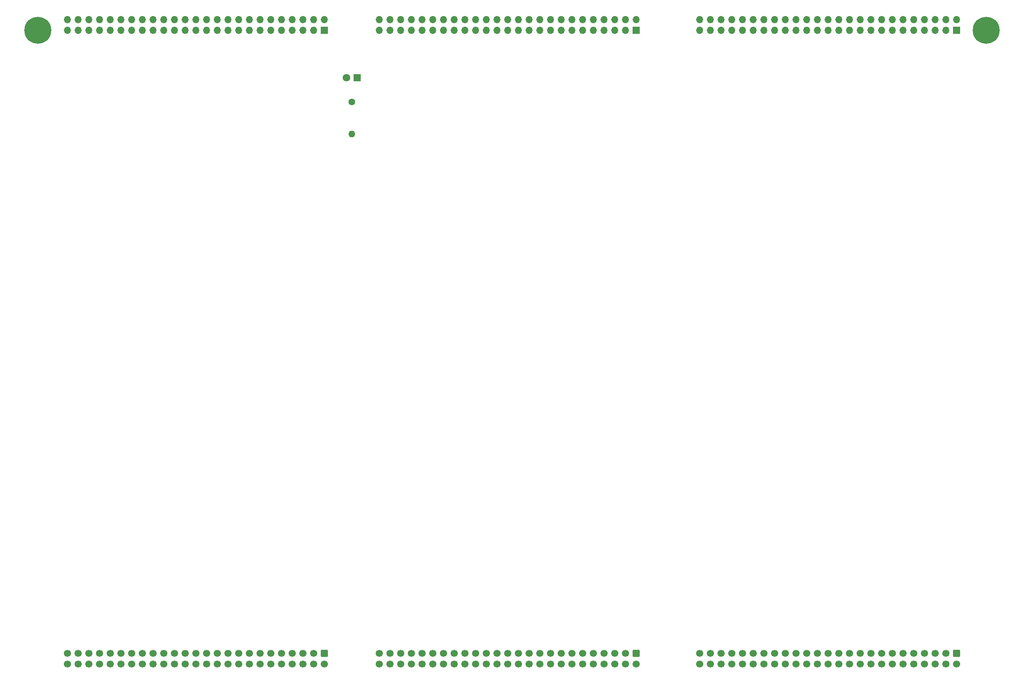
<source format=gbr>
%TF.GenerationSoftware,KiCad,Pcbnew,(6.0.11)*%
%TF.CreationDate,2023-12-23T11:48:24-05:00*%
%TF.ProjectId,input-output.BusExtender,696e7075-742d-46f7-9574-7075742e4275,rev?*%
%TF.SameCoordinates,Original*%
%TF.FileFunction,Soldermask,Bot*%
%TF.FilePolarity,Negative*%
%FSLAX46Y46*%
G04 Gerber Fmt 4.6, Leading zero omitted, Abs format (unit mm)*
G04 Created by KiCad (PCBNEW (6.0.11)) date 2023-12-23 11:48:24*
%MOMM*%
%LPD*%
G01*
G04 APERTURE LIST*
G04 Aperture macros list*
%AMRoundRect*
0 Rectangle with rounded corners*
0 $1 Rounding radius*
0 $2 $3 $4 $5 $6 $7 $8 $9 X,Y pos of 4 corners*
0 Add a 4 corners polygon primitive as box body*
4,1,4,$2,$3,$4,$5,$6,$7,$8,$9,$2,$3,0*
0 Add four circle primitives for the rounded corners*
1,1,$1+$1,$2,$3*
1,1,$1+$1,$4,$5*
1,1,$1+$1,$6,$7*
1,1,$1+$1,$8,$9*
0 Add four rect primitives between the rounded corners*
20,1,$1+$1,$2,$3,$4,$5,0*
20,1,$1+$1,$4,$5,$6,$7,0*
20,1,$1+$1,$6,$7,$8,$9,0*
20,1,$1+$1,$8,$9,$2,$3,0*%
G04 Aperture macros list end*
%ADD10C,6.400000*%
%ADD11RoundRect,0.250000X-0.600000X0.600000X-0.600000X-0.600000X0.600000X-0.600000X0.600000X0.600000X0*%
%ADD12C,1.700000*%
%ADD13C,1.800000*%
%ADD14R,1.800000X1.800000*%
%ADD15O,1.700000X1.700000*%
%ADD16R,1.700000X1.700000*%
%ADD17C,1.600000*%
%ADD18O,1.600000X1.600000*%
G04 APERTURE END LIST*
D10*
%TO.C,H2*%
X265000000Y-75000000D03*
%TD*%
%TO.C,H1*%
X40000000Y-75000000D03*
%TD*%
D11*
%TO.C,P2*%
X182000000Y-223000000D03*
D12*
X182000000Y-225540000D03*
X179460000Y-223000000D03*
X179460000Y-225540000D03*
X176920000Y-223000000D03*
X176920000Y-225540000D03*
X174380000Y-223000000D03*
X174380000Y-225540000D03*
X171840000Y-223000000D03*
X171840000Y-225540000D03*
X169300000Y-223000000D03*
X169300000Y-225540000D03*
X166760000Y-223000000D03*
X166760000Y-225540000D03*
X164220000Y-223000000D03*
X164220000Y-225540000D03*
X161680000Y-223000000D03*
X161680000Y-225540000D03*
X159140000Y-223000000D03*
X159140000Y-225540000D03*
X156600000Y-223000000D03*
X156600000Y-225540000D03*
X154060000Y-223000000D03*
X154060000Y-225540000D03*
X151520000Y-223000000D03*
X151520000Y-225540000D03*
X148980000Y-223000000D03*
X148980000Y-225540000D03*
X146440000Y-223000000D03*
X146440000Y-225540000D03*
X143900000Y-223000000D03*
X143900000Y-225540000D03*
X141360000Y-223000000D03*
X141360000Y-225540000D03*
X138820000Y-223000000D03*
X138820000Y-225540000D03*
X136280000Y-223000000D03*
X136280000Y-225540000D03*
X133740000Y-223000000D03*
X133740000Y-225540000D03*
X131200000Y-223000000D03*
X131200000Y-225540000D03*
X128660000Y-223000000D03*
X128660000Y-225540000D03*
X126120000Y-223000000D03*
X126120000Y-225540000D03*
X123580000Y-223000000D03*
X123580000Y-225540000D03*
X121040000Y-223000000D03*
X121040000Y-225540000D03*
%TD*%
D11*
%TO.C,P3*%
X258000000Y-223000000D03*
D12*
X258000000Y-225540000D03*
X255460000Y-223000000D03*
X255460000Y-225540000D03*
X252920000Y-223000000D03*
X252920000Y-225540000D03*
X250380000Y-223000000D03*
X250380000Y-225540000D03*
X247840000Y-223000000D03*
X247840000Y-225540000D03*
X245300000Y-223000000D03*
X245300000Y-225540000D03*
X242760000Y-223000000D03*
X242760000Y-225540000D03*
X240220000Y-223000000D03*
X240220000Y-225540000D03*
X237680000Y-223000000D03*
X237680000Y-225540000D03*
X235140000Y-223000000D03*
X235140000Y-225540000D03*
X232600000Y-223000000D03*
X232600000Y-225540000D03*
X230060000Y-223000000D03*
X230060000Y-225540000D03*
X227520000Y-223000000D03*
X227520000Y-225540000D03*
X224980000Y-223000000D03*
X224980000Y-225540000D03*
X222440000Y-223000000D03*
X222440000Y-225540000D03*
X219900000Y-223000000D03*
X219900000Y-225540000D03*
X217360000Y-223000000D03*
X217360000Y-225540000D03*
X214820000Y-223000000D03*
X214820000Y-225540000D03*
X212280000Y-223000000D03*
X212280000Y-225540000D03*
X209740000Y-223000000D03*
X209740000Y-225540000D03*
X207200000Y-223000000D03*
X207200000Y-225540000D03*
X204660000Y-223000000D03*
X204660000Y-225540000D03*
X202120000Y-223000000D03*
X202120000Y-225540000D03*
X199580000Y-223000000D03*
X199580000Y-225540000D03*
X197040000Y-223000000D03*
X197040000Y-225540000D03*
%TD*%
D11*
%TO.C,P1*%
X108000000Y-223000000D03*
D12*
X108000000Y-225540000D03*
X105460000Y-223000000D03*
X105460000Y-225540000D03*
X102920000Y-223000000D03*
X102920000Y-225540000D03*
X100380000Y-223000000D03*
X100380000Y-225540000D03*
X97840000Y-223000000D03*
X97840000Y-225540000D03*
X95300000Y-223000000D03*
X95300000Y-225540000D03*
X92760000Y-223000000D03*
X92760000Y-225540000D03*
X90220000Y-223000000D03*
X90220000Y-225540000D03*
X87680000Y-223000000D03*
X87680000Y-225540000D03*
X85140000Y-223000000D03*
X85140000Y-225540000D03*
X82600000Y-223000000D03*
X82600000Y-225540000D03*
X80060000Y-223000000D03*
X80060000Y-225540000D03*
X77520000Y-223000000D03*
X77520000Y-225540000D03*
X74980000Y-223000000D03*
X74980000Y-225540000D03*
X72440000Y-223000000D03*
X72440000Y-225540000D03*
X69900000Y-223000000D03*
X69900000Y-225540000D03*
X67360000Y-223000000D03*
X67360000Y-225540000D03*
X64820000Y-223000000D03*
X64820000Y-225540000D03*
X62280000Y-223000000D03*
X62280000Y-225540000D03*
X59740000Y-223000000D03*
X59740000Y-225540000D03*
X57200000Y-223000000D03*
X57200000Y-225540000D03*
X54660000Y-223000000D03*
X54660000Y-225540000D03*
X52120000Y-223000000D03*
X52120000Y-225540000D03*
X49580000Y-223000000D03*
X49580000Y-225540000D03*
X47040000Y-223000000D03*
X47040000Y-225540000D03*
%TD*%
D13*
%TO.C,D1*%
X113210000Y-86250000D03*
D14*
X115750000Y-86250000D03*
%TD*%
D15*
%TO.C,P5*%
X121040000Y-72460000D03*
X121040000Y-75000000D03*
X123580000Y-72460000D03*
X123580000Y-75000000D03*
X126120000Y-72460000D03*
X126120000Y-75000000D03*
X128660000Y-72460000D03*
X128660000Y-75000000D03*
X131200000Y-72460000D03*
X131200000Y-75000000D03*
X133740000Y-72460000D03*
X133740000Y-75000000D03*
X136280000Y-72460000D03*
X136280000Y-75000000D03*
X138820000Y-72460000D03*
X138820000Y-75000000D03*
X141360000Y-72460000D03*
X141360000Y-75000000D03*
X143900000Y-72460000D03*
X143900000Y-75000000D03*
X146440000Y-72460000D03*
X146440000Y-75000000D03*
X148980000Y-72460000D03*
X148980000Y-75000000D03*
X151520000Y-72460000D03*
X151520000Y-75000000D03*
X154060000Y-72460000D03*
X154060000Y-75000000D03*
X156600000Y-72460000D03*
X156600000Y-75000000D03*
X159140000Y-72460000D03*
X159140000Y-75000000D03*
X161680000Y-72460000D03*
X161680000Y-75000000D03*
X164220000Y-72460000D03*
X164220000Y-75000000D03*
X166760000Y-72460000D03*
X166760000Y-75000000D03*
X169300000Y-72460000D03*
X169300000Y-75000000D03*
X171840000Y-72460000D03*
X171840000Y-75000000D03*
X174380000Y-72460000D03*
X174380000Y-75000000D03*
X176920000Y-72460000D03*
X176920000Y-75000000D03*
X179460000Y-72460000D03*
X179460000Y-75000000D03*
X182000000Y-72460000D03*
D16*
X182000000Y-75000000D03*
%TD*%
D17*
%TO.C,R1*%
X114500000Y-92000000D03*
D18*
X114500000Y-99620000D03*
%TD*%
D15*
%TO.C,P4*%
X47040000Y-72460000D03*
X47040000Y-75000000D03*
X49580000Y-72460000D03*
X49580000Y-75000000D03*
X52120000Y-72460000D03*
X52120000Y-75000000D03*
X54660000Y-72460000D03*
X54660000Y-75000000D03*
X57200000Y-72460000D03*
X57200000Y-75000000D03*
X59740000Y-72460000D03*
X59740000Y-75000000D03*
X62280000Y-72460000D03*
X62280000Y-75000000D03*
X64820000Y-72460000D03*
X64820000Y-75000000D03*
X67360000Y-72460000D03*
X67360000Y-75000000D03*
X69900000Y-72460000D03*
X69900000Y-75000000D03*
X72440000Y-72460000D03*
X72440000Y-75000000D03*
X74980000Y-72460000D03*
X74980000Y-75000000D03*
X77520000Y-72460000D03*
X77520000Y-75000000D03*
X80060000Y-72460000D03*
X80060000Y-75000000D03*
X82600000Y-72460000D03*
X82600000Y-75000000D03*
X85140000Y-72460000D03*
X85140000Y-75000000D03*
X87680000Y-72460000D03*
X87680000Y-75000000D03*
X90220000Y-72460000D03*
X90220000Y-75000000D03*
X92760000Y-72460000D03*
X92760000Y-75000000D03*
X95300000Y-72460000D03*
X95300000Y-75000000D03*
X97840000Y-72460000D03*
X97840000Y-75000000D03*
X100380000Y-72460000D03*
X100380000Y-75000000D03*
X102920000Y-72460000D03*
X102920000Y-75000000D03*
X105460000Y-72460000D03*
X105460000Y-75000000D03*
X108000000Y-72460000D03*
D16*
X108000000Y-75000000D03*
%TD*%
D15*
%TO.C,P6*%
X197060000Y-72460000D03*
X197060000Y-75000000D03*
X199600000Y-72460000D03*
X199600000Y-75000000D03*
X202140000Y-72460000D03*
X202140000Y-75000000D03*
X204680000Y-72460000D03*
X204680000Y-75000000D03*
X207220000Y-72460000D03*
X207220000Y-75000000D03*
X209760000Y-72460000D03*
X209760000Y-75000000D03*
X212300000Y-72460000D03*
X212300000Y-75000000D03*
X214840000Y-72460000D03*
X214840000Y-75000000D03*
X217380000Y-72460000D03*
X217380000Y-75000000D03*
X219920000Y-72460000D03*
X219920000Y-75000000D03*
X222460000Y-72460000D03*
X222460000Y-75000000D03*
X225000000Y-72460000D03*
X225000000Y-75000000D03*
X227540000Y-72460000D03*
X227540000Y-75000000D03*
X230080000Y-72460000D03*
X230080000Y-75000000D03*
X232620000Y-72460000D03*
X232620000Y-75000000D03*
X235160000Y-72460000D03*
X235160000Y-75000000D03*
X237700000Y-72460000D03*
X237700000Y-75000000D03*
X240240000Y-72460000D03*
X240240000Y-75000000D03*
X242780000Y-72460000D03*
X242780000Y-75000000D03*
X245320000Y-72460000D03*
X245320000Y-75000000D03*
X247860000Y-72460000D03*
X247860000Y-75000000D03*
X250400000Y-72460000D03*
X250400000Y-75000000D03*
X252940000Y-72460000D03*
X252940000Y-75000000D03*
X255480000Y-72460000D03*
X255480000Y-75000000D03*
X258020000Y-72460000D03*
D16*
X258020000Y-75000000D03*
%TD*%
M02*

</source>
